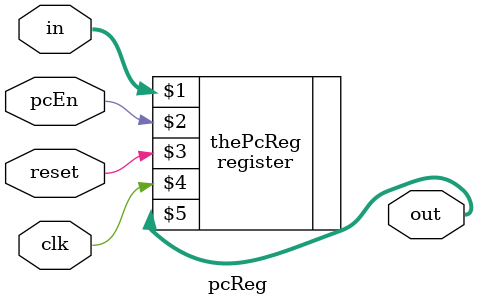
<source format=v>

`timescale 1ns / 1ps

module pcReg(in, pcEn, reset, clk, out);
input [15:0] in;
input pcEn, reset, clk;
output reg [15:0] out;


(* preserve, keep *)register thePcReg(in, pcEn, reset, clk, out);

endmodule

</source>
